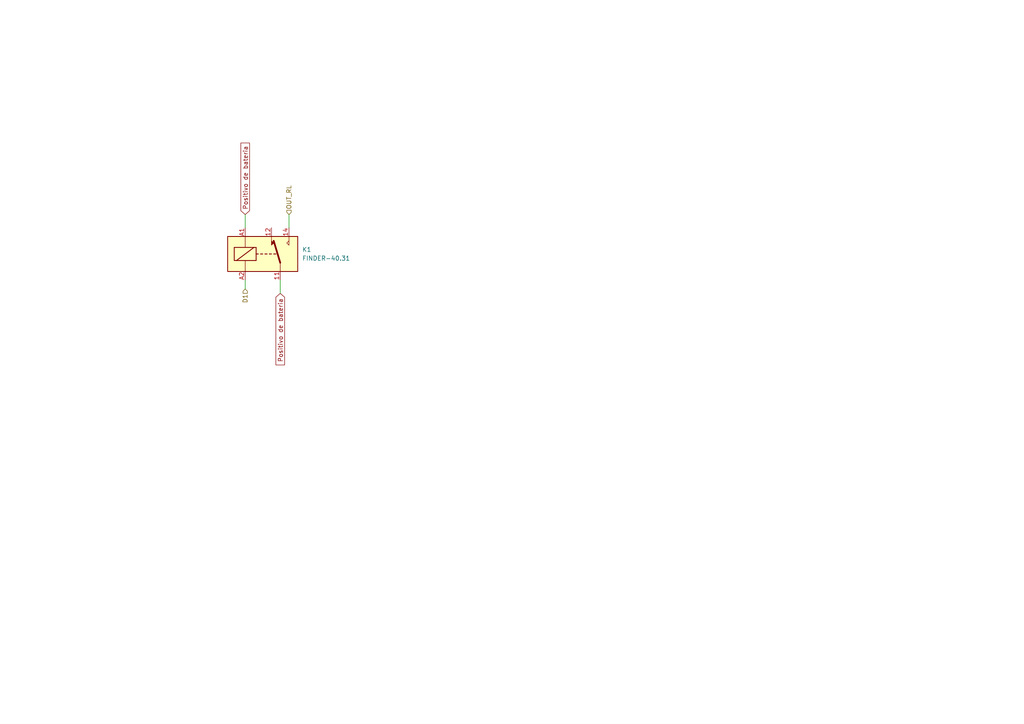
<source format=kicad_sch>
(kicad_sch (version 20230121) (generator eeschema)
  (paper "A4")
  (lib_symbols
    (symbol "Relay:FINDER-40.31"
      (property "Reference" "K" (at 11.43 3.81 0))
      (property "Value" "FINDER-40.31" (at 11.43 1.27 0))
      (symbol "FINDER-40.31_0_0"
        (polyline (pts (xy 7.62 5.08) (xy 7.62 2.54) (xy 6.985 3.175) (xy 7.62 3.81)))
      )
      (symbol "FINDER-40.31_0_1"
        (rectangle (start -10.16 5.08) (end 10.16 -5.08) (stroke (width 0.254)) (fill (type background)))
        (rectangle (start -8.255 1.905) (end -1.905 -1.905) (stroke (width 0.254)))
        (polyline (pts (xy -7.62 -1.905) (xy -2.54 1.905)) (stroke (width 0.254)))
        (polyline (pts (xy -5.08 -5.08) (xy -5.08 -1.905)))
        (polyline (pts (xy -5.08 5.08) (xy -5.08 1.905)))
        (polyline (pts (xy -1.905 0) (xy -1.27 0)) (stroke (width 0.254)))
        (polyline (pts (xy -0.635 0) (xy 0 0)) (stroke (width 0.254)))
        (polyline (pts (xy 0.635 0) (xy 1.27 0)) (stroke (width 0.254)))
        (polyline (pts (xy 1.905 0) (xy 2.54 0)) (stroke (width 0.254)))
        (polyline (pts (xy 3.175 0) (xy 3.81 0)) (stroke (width 0.254)))
        (polyline (pts (xy 5.08 -2.54) (xy 3.175 3.81)) (stroke (width 0.508)))
        (polyline (pts (xy 5.08 -2.54) (xy 5.08 -5.08)))
        (polyline (pts (xy 2.54 5.08) (xy 2.54 2.54) (xy 3.175 3.175) (xy 2.54 3.81)) (fill (type outline)))
      )
      (symbol "FINDER-40.31_1_1"
        (pin passive line (at 5.08 -7.62 90) (length 2.54) (name "~") (number "11"))
        (pin passive line (at 2.54 7.62 270) (length 2.54) (name "~") (number "12"))
        (pin passive line (at 7.62 7.62 270) (length 2.54) (name "~") (number "14"))
        (pin passive line (at -5.08 7.62 270) (length 2.54) (name "~") (number "A1"))
        (pin passive line (at -5.08 -7.62 90) (length 2.54) (name "~") (number "A2"))
      )
    )
  )
  (wire (pts (xy 83.82 66.04) (xy 83.82 62.23)))
  (wire (pts (xy 71.12 81.28) (xy 71.12 83.82)))
  (wire (pts (xy 81.28 81.28) (xy 81.28 85.09)))
  (wire (pts (xy 71.12 62.23) (xy 71.12 66.04)))
  (global_label "Positivo de bateria" (shape input) (at 81.28 85.09 270) (property "Intersheetrefs" "${INTERSHEET_REFS}" (effects hide)))
  (global_label "Positivo de bateria" (shape input) (at 71.12 62.23 90) (property "Intersheetrefs" "${INTERSHEET_REFS}" (effects hide)))
  (hierarchical_label "OUT_RL" (shape input) (at 83.82 62.23 90))
  (hierarchical_label "D1" (shape input) (at 71.12 83.82 270))
  (symbol (lib_id "Relay:FINDER-40.31") (at 76.2 73.66 0) (unit 1)
    (property "Reference" "K1" (at 87.63 72.3899 0) (effects (justify left)))
    (property "Value" "FINDER-40.31" (at 87.63 74.9299 0) (effects (justify left)))
    (property "Footprint" "Relay_THT:Relay_SPDT_Finder_40.31" (effects hide))
    (property "Datasheet" "http://gfinder.findernet.com/assets/Series/353/S40EN.pdf" (effects hide))
  )
)
</source>
